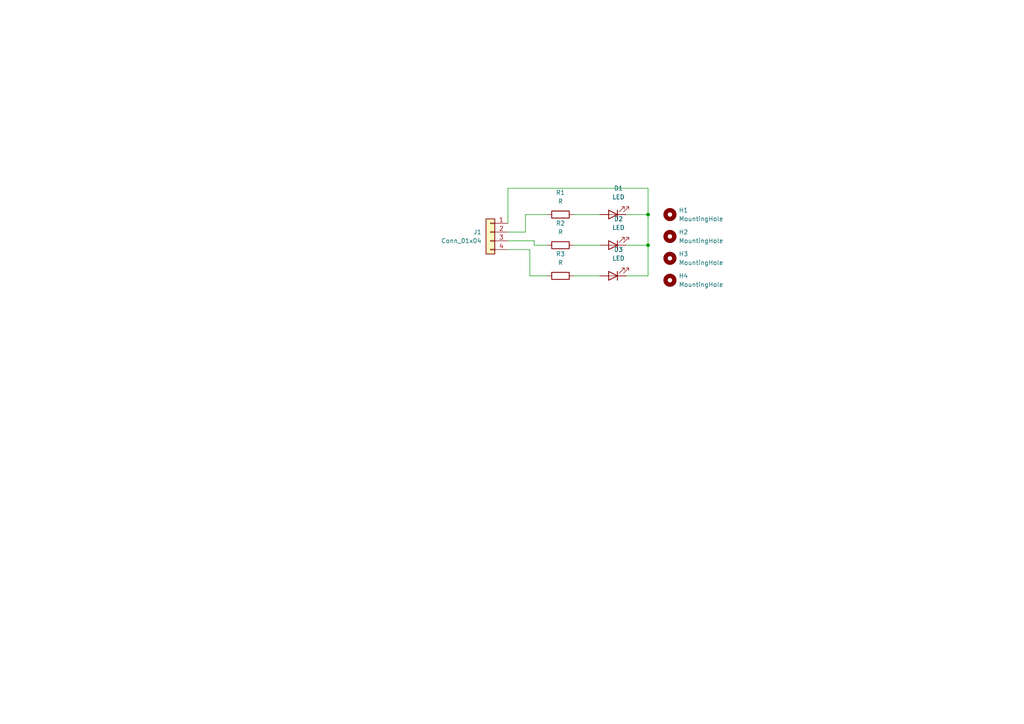
<source format=kicad_sch>
(kicad_sch (version 20231120) (generator "eeschema") (generator_version "8.0")
  (paper "A4")
  (lib_symbols
    (symbol "Connector_Generic:Conn_01x04" (pin_names (offset 1.016) hide)
      (property "Reference" "J" (at 0 5.08 0))
      (property "Value" "Conn_01x04" (at 0 -7.62 0))
      (symbol "Conn_01x04_1_1"
        (rectangle (start -1.27 -4.953) (end 0 -5.207) (stroke (width 0.1524)))
        (rectangle (start -1.27 -2.413) (end 0 -2.667) (stroke (width 0.1524)))
        (rectangle (start -1.27 0.127) (end 0 -0.127) (stroke (width 0.1524)))
        (rectangle (start -1.27 2.667) (end 0 2.413) (stroke (width 0.1524)))
        (rectangle (start -1.27 3.81) (end 1.27 -6.35) (stroke (width 0.254)) (fill (type background)))
        (pin passive line (at -5.08 2.54 0) (length 3.81) (name "Pin_1") (number "1"))
        (pin passive line (at -5.08 0 0) (length 3.81) (name "Pin_2") (number "2"))
        (pin passive line (at -5.08 -2.54 0) (length 3.81) (name "Pin_3") (number "3"))
        (pin passive line (at -5.08 -5.08 0) (length 3.81) (name "Pin_4") (number "4"))
      )
    )
    (symbol "Device:LED" (pin_numbers hide) (pin_names (offset 1.016) hide)
      (property "Reference" "D" (at 0 2.54 0))
      (property "Value" "LED" (at 0 -2.54 0))
      (symbol "LED_0_1"
        (polyline (pts (xy -1.27 -1.27) (xy -1.27 1.27)) (stroke (width 0.254)))
        (polyline (pts (xy -1.27 0) (xy 1.27 0)))
        (polyline (pts (xy 1.27 -1.27) (xy 1.27 1.27) (xy -1.27 0) (xy 1.27 -1.27)) (stroke (width 0.254)))
        (polyline (pts (xy -3.048 -0.762) (xy -4.572 -2.286) (xy -3.81 -2.286) (xy -4.572 -2.286) (xy -4.572 -1.524)))
        (polyline (pts (xy -1.778 -0.762) (xy -3.302 -2.286) (xy -2.54 -2.286) (xy -3.302 -2.286) (xy -3.302 -1.524)))
      )
      (symbol "LED_1_1"
        (pin passive line (at -3.81 0 0) (length 2.54) (name "K") (number "1"))
        (pin passive line (at 3.81 0 180) (length 2.54) (name "A") (number "2"))
      )
    )
    (symbol "Device:R" (pin_numbers hide) (pin_names (offset 0))
      (property "Reference" "R" (at 2.032 0 90))
      (property "Value" "R" (at 0 0 90))
      (symbol "R_0_1"
        (rectangle (start -1.016 -2.54) (end 1.016 2.54) (stroke (width 0.254)))
      )
      (symbol "R_1_1"
        (pin passive line (at 0 3.81 270) (length 1.27) (name "~") (number "1"))
        (pin passive line (at 0 -3.81 90) (length 1.27) (name "~") (number "2"))
      )
    )
    (symbol "Mechanical:MountingHole" (pin_names (offset 1.016)) (exclude_from_sim yes) (in_bom no)
      (property "Reference" "H" (at 0 5.08 0))
      (property "Value" "MountingHole" (at 0 3.175 0))
      (symbol "MountingHole_0_1"
        (circle (center 0 0) (radius 1.27) (stroke (width 1.27)))
      )
    )
  )
  (junction (at 187.96 62.23))
  (junction (at 187.96 71.12))
  (wire (pts (xy 173.99 62.23) (xy 166.37 62.23)))
  (wire (pts (xy 187.96 71.12) (xy 181.61 71.12)))
  (wire (pts (xy 154.94 69.85) (xy 154.94 71.12)))
  (wire (pts (xy 181.61 62.23) (xy 187.96 62.23)))
  (wire (pts (xy 153.67 72.39) (xy 153.67 80.01)))
  (wire (pts (xy 166.37 71.12) (xy 173.99 71.12)))
  (wire (pts (xy 153.67 80.01) (xy 158.75 80.01)))
  (wire (pts (xy 166.37 80.01) (xy 173.99 80.01)))
  (wire (pts (xy 147.32 69.85) (xy 154.94 69.85)))
  (wire (pts (xy 187.96 62.23) (xy 187.96 71.12)))
  (wire (pts (xy 152.4 62.23) (xy 158.75 62.23)))
  (wire (pts (xy 147.32 72.39) (xy 153.67 72.39)))
  (wire (pts (xy 147.32 64.77) (xy 147.32 54.61)))
  (wire (pts (xy 187.96 54.61) (xy 187.96 62.23)))
  (wire (pts (xy 147.32 67.31) (xy 152.4 67.31)))
  (wire (pts (xy 154.94 71.12) (xy 158.75 71.12)))
  (wire (pts (xy 152.4 67.31) (xy 152.4 62.23)))
  (wire (pts (xy 181.61 80.01) (xy 187.96 80.01)))
  (wire (pts (xy 147.32 54.61) (xy 187.96 54.61)))
  (wire (pts (xy 187.96 80.01) (xy 187.96 71.12)))
  (symbol (lib_id "Device:R") (at 162.56 80.01 90) (unit 1)
    (property "Reference" "R3" (at 162.56 73.66 90))
    (property "Value" "R" (at 162.56 76.2 90))
    (property "Footprint" "Resistor_THT:R_Axial_DIN0204_L3.6mm_D1.6mm_P5.08mm_Horizontal" (effects (hide yes)))
    (property "Description" "Resistor" (effects (hide yes)))
  )
  (symbol (lib_id "Mechanical:MountingHole") (at 194.31 62.23 0) (unit 1) (exclude_from_sim yes) (in_bom no)
    (property "Reference" "H1" (at 196.85 60.9599 0) (effects (justify left)))
    (property "Value" "MountingHole" (at 196.85 63.4999 0) (effects (justify left)))
    (property "Footprint" "MountingHole:MountingHole_2.5mm_Pad" (effects (hide yes)))
    (property "Description" "Mounting Hole without connection" (effects (hide yes)))
  )
  (symbol (lib_id "Connector_Generic:Conn_01x04") (at 142.24 67.31 0) (mirror y) (unit 1)
    (property "Reference" "J1" (at 139.7 67.3099 0) (effects (justify left)))
    (property "Value" "Conn_01x04" (at 139.7 69.8499 0) (effects (justify left)))
    (property "Footprint" "Connector_PinHeader_2.54mm:PinHeader_1x04_P2.54mm_Horizontal" (effects (hide yes)))
    (property "Description" "Generic connector, single row, 01x04, script generated (kicad-library-utils/schlib/autogen/connector/)" (effects (hide yes)))
  )
  (symbol (lib_id "Device:LED") (at 177.8 71.12 180) (unit 1)
    (property "Reference" "D2" (at 179.3875 63.5 0))
    (property "Value" "LED" (at 179.3875 66.04 0))
    (property "Footprint" "LED_THT:LED_D3.0mm" (effects (hide yes)))
    (property "Description" "Light emitting diode" (effects (hide yes)))
  )
  (symbol (lib_id "Device:LED") (at 177.8 80.01 180) (unit 1)
    (property "Reference" "D3" (at 179.3875 72.39 0))
    (property "Value" "LED" (at 179.3875 74.93 0))
    (property "Footprint" "LED_THT:LED_D3.0mm" (effects (hide yes)))
    (property "Description" "Light emitting diode" (effects (hide yes)))
  )
  (symbol (lib_id "Device:R") (at 162.56 62.23 90) (unit 1)
    (property "Reference" "R1" (at 162.56 55.88 90))
    (property "Value" "R" (at 162.56 58.42 90))
    (property "Footprint" "Resistor_THT:R_Axial_DIN0204_L3.6mm_D1.6mm_P5.08mm_Horizontal" (effects (hide yes)))
    (property "Description" "Resistor" (effects (hide yes)))
  )
  (symbol (lib_id "Mechanical:MountingHole") (at 194.31 74.93 0) (unit 1) (exclude_from_sim yes) (in_bom no)
    (property "Reference" "H3" (at 196.85 73.6599 0) (effects (justify left)))
    (property "Value" "MountingHole" (at 196.85 76.1999 0) (effects (justify left)))
    (property "Footprint" "MountingHole:MountingHole_2.5mm_Pad" (effects (hide yes)))
    (property "Description" "Mounting Hole without connection" (effects (hide yes)))
  )
  (symbol (lib_id "Mechanical:MountingHole") (at 194.31 81.28 0) (unit 1) (exclude_from_sim yes) (in_bom no)
    (property "Reference" "H4" (at 196.85 80.0099 0) (effects (justify left)))
    (property "Value" "MountingHole" (at 196.85 82.5499 0) (effects (justify left)))
    (property "Footprint" "MountingHole:MountingHole_2.5mm_Pad" (effects (hide yes)))
    (property "Description" "Mounting Hole without connection" (effects (hide yes)))
  )
  (symbol (lib_id "Device:R") (at 162.56 71.12 90) (unit 1)
    (property "Reference" "R2" (at 162.56 64.77 90))
    (property "Value" "R" (at 162.56 67.31 90))
    (property "Footprint" "Resistor_THT:R_Axial_DIN0204_L3.6mm_D1.6mm_P5.08mm_Horizontal" (effects (hide yes)))
    (property "Description" "Resistor" (effects (hide yes)))
  )
  (symbol (lib_id "Mechanical:MountingHole") (at 194.31 68.58 0) (unit 1) (exclude_from_sim yes) (in_bom no)
    (property "Reference" "H2" (at 196.85 67.3099 0) (effects (justify left)))
    (property "Value" "MountingHole" (at 196.85 69.8499 0) (effects (justify left)))
    (property "Footprint" "MountingHole:MountingHole_2.5mm_Pad" (effects (hide yes)))
    (property "Description" "Mounting Hole without connection" (effects (hide yes)))
  )
  (symbol (lib_id "Device:LED") (at 177.8 62.23 180) (unit 1)
    (property "Reference" "D1" (at 179.3875 54.61 0))
    (property "Value" "LED" (at 179.3875 57.15 0))
    (property "Footprint" "LED_THT:LED_D3.0mm" (effects (hide yes)))
    (property "Description" "Light emitting diode" (effects (hide yes)))
  )
)
</source>
